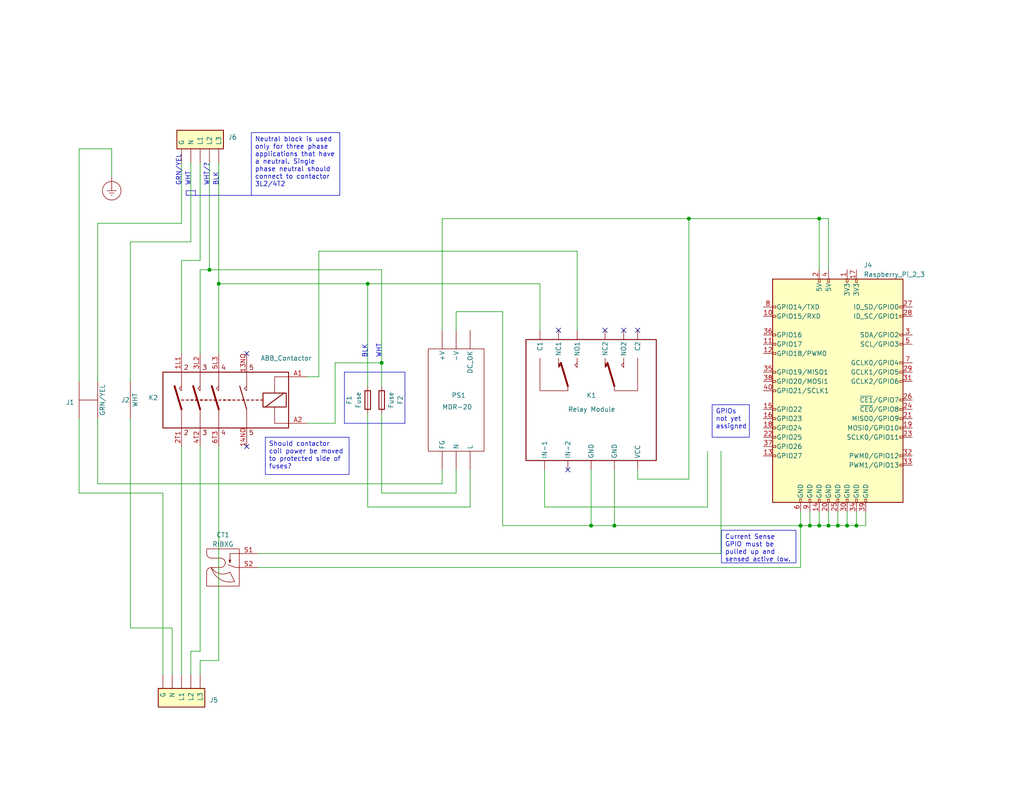
<source format=kicad_sch>
(kicad_sch (version 20230121) (generator eeschema)

  (uuid 7f898a48-d5c6-4286-98a2-5360a8d8e865)

  (paper "A")

  (title_block
    (title "DIN RFID Cabinet Wiring")
    (date "2023-08-08")
    (rev "0.2")
    (company "OZINDFW DMS@ozindfw.net")
    (comment 1 "1825 Monetary Lane, Suite 104,  Carrollton, TX 75006")
    (comment 2 "Dallas Makerspace")
  )

  (lib_symbols
    (symbol "Connector:Raspberry_Pi_2_3" (pin_names (offset 1.016)) (in_bom yes) (on_board yes)
      (property "Reference" "J" (at -17.78 31.75 0)
        (effects (font (size 1.27 1.27)) (justify left bottom))
      )
      (property "Value" "Raspberry_Pi_2_3" (at 10.16 -31.75 0)
        (effects (font (size 1.27 1.27)) (justify left top))
      )
      (property "Footprint" "" (at 0 0 0)
        (effects (font (size 1.27 1.27)) hide)
      )
      (property "Datasheet" "https://www.raspberrypi.org/documentation/hardware/raspberrypi/schematics/rpi_SCH_3bplus_1p0_reduced.pdf" (at 0 0 0)
        (effects (font (size 1.27 1.27)) hide)
      )
      (property "ki_keywords" "raspberrypi gpio" (at 0 0 0)
        (effects (font (size 1.27 1.27)) hide)
      )
      (property "ki_description" "expansion header for Raspberry Pi 2 & 3" (at 0 0 0)
        (effects (font (size 1.27 1.27)) hide)
      )
      (property "ki_fp_filters" "PinHeader*2x20*P2.54mm*Vertical* PinSocket*2x20*P2.54mm*Vertical*" (at 0 0 0)
        (effects (font (size 1.27 1.27)) hide)
      )
      (symbol "Raspberry_Pi_2_3_0_1"
        (rectangle (start -17.78 30.48) (end 17.78 -30.48)
          (stroke (width 0.254) (type default))
          (fill (type background))
        )
      )
      (symbol "Raspberry_Pi_2_3_1_1"
        (rectangle (start -16.891 -17.526) (end -17.78 -18.034)
          (stroke (width 0) (type default))
          (fill (type none))
        )
        (rectangle (start -16.891 -14.986) (end -17.78 -15.494)
          (stroke (width 0) (type default))
          (fill (type none))
        )
        (rectangle (start -16.891 -12.446) (end -17.78 -12.954)
          (stroke (width 0) (type default))
          (fill (type none))
        )
        (rectangle (start -16.891 -9.906) (end -17.78 -10.414)
          (stroke (width 0) (type default))
          (fill (type none))
        )
        (rectangle (start -16.891 -7.366) (end -17.78 -7.874)
          (stroke (width 0) (type default))
          (fill (type none))
        )
        (rectangle (start -16.891 -4.826) (end -17.78 -5.334)
          (stroke (width 0) (type default))
          (fill (type none))
        )
        (rectangle (start -16.891 0.254) (end -17.78 -0.254)
          (stroke (width 0) (type default))
          (fill (type none))
        )
        (rectangle (start -16.891 2.794) (end -17.78 2.286)
          (stroke (width 0) (type default))
          (fill (type none))
        )
        (rectangle (start -16.891 5.334) (end -17.78 4.826)
          (stroke (width 0) (type default))
          (fill (type none))
        )
        (rectangle (start -16.891 10.414) (end -17.78 9.906)
          (stroke (width 0) (type default))
          (fill (type none))
        )
        (rectangle (start -16.891 12.954) (end -17.78 12.446)
          (stroke (width 0) (type default))
          (fill (type none))
        )
        (rectangle (start -16.891 15.494) (end -17.78 14.986)
          (stroke (width 0) (type default))
          (fill (type none))
        )
        (rectangle (start -16.891 20.574) (end -17.78 20.066)
          (stroke (width 0) (type default))
          (fill (type none))
        )
        (rectangle (start -16.891 23.114) (end -17.78 22.606)
          (stroke (width 0) (type default))
          (fill (type none))
        )
        (rectangle (start -10.414 -29.591) (end -9.906 -30.48)
          (stroke (width 0) (type default))
          (fill (type none))
        )
        (rectangle (start -7.874 -29.591) (end -7.366 -30.48)
          (stroke (width 0) (type default))
          (fill (type none))
        )
        (rectangle (start -5.334 -29.591) (end -4.826 -30.48)
          (stroke (width 0) (type default))
          (fill (type none))
        )
        (rectangle (start -5.334 30.48) (end -4.826 29.591)
          (stroke (width 0) (type default))
          (fill (type none))
        )
        (rectangle (start -2.794 -29.591) (end -2.286 -30.48)
          (stroke (width 0) (type default))
          (fill (type none))
        )
        (rectangle (start -2.794 30.48) (end -2.286 29.591)
          (stroke (width 0) (type default))
          (fill (type none))
        )
        (rectangle (start -0.254 -29.591) (end 0.254 -30.48)
          (stroke (width 0) (type default))
          (fill (type none))
        )
        (rectangle (start 2.286 -29.591) (end 2.794 -30.48)
          (stroke (width 0) (type default))
          (fill (type none))
        )
        (rectangle (start 2.286 30.48) (end 2.794 29.591)
          (stroke (width 0) (type default))
          (fill (type none))
        )
        (rectangle (start 4.826 -29.591) (end 5.334 -30.48)
          (stroke (width 0) (type default))
          (fill (type none))
        )
        (rectangle (start 4.826 30.48) (end 5.334 29.591)
          (stroke (width 0) (type default))
          (fill (type none))
        )
        (rectangle (start 7.366 -29.591) (end 7.874 -30.48)
          (stroke (width 0) (type default))
          (fill (type none))
        )
        (rectangle (start 17.78 -20.066) (end 16.891 -20.574)
          (stroke (width 0) (type default))
          (fill (type none))
        )
        (rectangle (start 17.78 -17.526) (end 16.891 -18.034)
          (stroke (width 0) (type default))
          (fill (type none))
        )
        (rectangle (start 17.78 -12.446) (end 16.891 -12.954)
          (stroke (width 0) (type default))
          (fill (type none))
        )
        (rectangle (start 17.78 -9.906) (end 16.891 -10.414)
          (stroke (width 0) (type default))
          (fill (type none))
        )
        (rectangle (start 17.78 -7.366) (end 16.891 -7.874)
          (stroke (width 0) (type default))
          (fill (type none))
        )
        (rectangle (start 17.78 -4.826) (end 16.891 -5.334)
          (stroke (width 0) (type default))
          (fill (type none))
        )
        (rectangle (start 17.78 -2.286) (end 16.891 -2.794)
          (stroke (width 0) (type default))
          (fill (type none))
        )
        (rectangle (start 17.78 2.794) (end 16.891 2.286)
          (stroke (width 0) (type default))
          (fill (type none))
        )
        (rectangle (start 17.78 5.334) (end 16.891 4.826)
          (stroke (width 0) (type default))
          (fill (type none))
        )
        (rectangle (start 17.78 7.874) (end 16.891 7.366)
          (stroke (width 0) (type default))
          (fill (type none))
        )
        (rectangle (start 17.78 12.954) (end 16.891 12.446)
          (stroke (width 0) (type default))
          (fill (type none))
        )
        (rectangle (start 17.78 15.494) (end 16.891 14.986)
          (stroke (width 0) (type default))
          (fill (type none))
        )
        (rectangle (start 17.78 20.574) (end 16.891 20.066)
          (stroke (width 0) (type default))
          (fill (type none))
        )
        (rectangle (start 17.78 23.114) (end 16.891 22.606)
          (stroke (width 0) (type default))
          (fill (type none))
        )
        (pin power_in line (at 2.54 33.02 270) (length 2.54)
          (name "3V3" (effects (font (size 1.27 1.27))))
          (number "1" (effects (font (size 1.27 1.27))))
        )
        (pin bidirectional line (at -20.32 20.32 0) (length 2.54)
          (name "GPIO15/RXD" (effects (font (size 1.27 1.27))))
          (number "10" (effects (font (size 1.27 1.27))))
        )
        (pin bidirectional line (at -20.32 12.7 0) (length 2.54)
          (name "GPIO17" (effects (font (size 1.27 1.27))))
          (number "11" (effects (font (size 1.27 1.27))))
        )
        (pin bidirectional line (at -20.32 10.16 0) (length 2.54)
          (name "GPIO18/PWM0" (effects (font (size 1.27 1.27))))
          (number "12" (effects (font (size 1.27 1.27))))
        )
        (pin bidirectional line (at -20.32 -17.78 0) (length 2.54)
          (name "GPIO27" (effects (font (size 1.27 1.27))))
          (number "13" (effects (font (size 1.27 1.27))))
        )
        (pin power_in line (at -5.08 -33.02 90) (length 2.54)
          (name "GND" (effects (font (size 1.27 1.27))))
          (number "14" (effects (font (size 1.27 1.27))))
        )
        (pin bidirectional line (at -20.32 -5.08 0) (length 2.54)
          (name "GPIO22" (effects (font (size 1.27 1.27))))
          (number "15" (effects (font (size 1.27 1.27))))
        )
        (pin bidirectional line (at -20.32 -7.62 0) (length 2.54)
          (name "GPIO23" (effects (font (size 1.27 1.27))))
          (number "16" (effects (font (size 1.27 1.27))))
        )
        (pin power_in line (at 5.08 33.02 270) (length 2.54)
          (name "3V3" (effects (font (size 1.27 1.27))))
          (number "17" (effects (font (size 1.27 1.27))))
        )
        (pin bidirectional line (at -20.32 -10.16 0) (length 2.54)
          (name "GPIO24" (effects (font (size 1.27 1.27))))
          (number "18" (effects (font (size 1.27 1.27))))
        )
        (pin bidirectional line (at 20.32 -10.16 180) (length 2.54)
          (name "MOSI0/GPIO10" (effects (font (size 1.27 1.27))))
          (number "19" (effects (font (size 1.27 1.27))))
        )
        (pin power_in line (at -5.08 33.02 270) (length 2.54)
          (name "5V" (effects (font (size 1.27 1.27))))
          (number "2" (effects (font (size 1.27 1.27))))
        )
        (pin power_in line (at -2.54 -33.02 90) (length 2.54)
          (name "GND" (effects (font (size 1.27 1.27))))
          (number "20" (effects (font (size 1.27 1.27))))
        )
        (pin bidirectional line (at 20.32 -7.62 180) (length 2.54)
          (name "MISO0/GPIO9" (effects (font (size 1.27 1.27))))
          (number "21" (effects (font (size 1.27 1.27))))
        )
        (pin bidirectional line (at -20.32 -12.7 0) (length 2.54)
          (name "GPIO25" (effects (font (size 1.27 1.27))))
          (number "22" (effects (font (size 1.27 1.27))))
        )
        (pin bidirectional line (at 20.32 -12.7 180) (length 2.54)
          (name "SCLK0/GPIO11" (effects (font (size 1.27 1.27))))
          (number "23" (effects (font (size 1.27 1.27))))
        )
        (pin bidirectional line (at 20.32 -5.08 180) (length 2.54)
          (name "~{CE0}/GPIO8" (effects (font (size 1.27 1.27))))
          (number "24" (effects (font (size 1.27 1.27))))
        )
        (pin power_in line (at 0 -33.02 90) (length 2.54)
          (name "GND" (effects (font (size 1.27 1.27))))
          (number "25" (effects (font (size 1.27 1.27))))
        )
        (pin bidirectional line (at 20.32 -2.54 180) (length 2.54)
          (name "~{CE1}/GPIO7" (effects (font (size 1.27 1.27))))
          (number "26" (effects (font (size 1.27 1.27))))
        )
        (pin bidirectional line (at 20.32 22.86 180) (length 2.54)
          (name "ID_SD/GPIO0" (effects (font (size 1.27 1.27))))
          (number "27" (effects (font (size 1.27 1.27))))
        )
        (pin bidirectional line (at 20.32 20.32 180) (length 2.54)
          (name "ID_SC/GPIO1" (effects (font (size 1.27 1.27))))
          (number "28" (effects (font (size 1.27 1.27))))
        )
        (pin bidirectional line (at 20.32 5.08 180) (length 2.54)
          (name "GCLK1/GPIO5" (effects (font (size 1.27 1.27))))
          (number "29" (effects (font (size 1.27 1.27))))
        )
        (pin bidirectional line (at 20.32 15.24 180) (length 2.54)
          (name "SDA/GPIO2" (effects (font (size 1.27 1.27))))
          (number "3" (effects (font (size 1.27 1.27))))
        )
        (pin power_in line (at 2.54 -33.02 90) (length 2.54)
          (name "GND" (effects (font (size 1.27 1.27))))
          (number "30" (effects (font (size 1.27 1.27))))
        )
        (pin bidirectional line (at 20.32 2.54 180) (length 2.54)
          (name "GCLK2/GPIO6" (effects (font (size 1.27 1.27))))
          (number "31" (effects (font (size 1.27 1.27))))
        )
        (pin bidirectional line (at 20.32 -17.78 180) (length 2.54)
          (name "PWM0/GPIO12" (effects (font (size 1.27 1.27))))
          (number "32" (effects (font (size 1.27 1.27))))
        )
        (pin bidirectional line (at 20.32 -20.32 180) (length 2.54)
          (name "PWM1/GPIO13" (effects (font (size 1.27 1.27))))
          (number "33" (effects (font (size 1.27 1.27))))
        )
        (pin power_in line (at 5.08 -33.02 90) (length 2.54)
          (name "GND" (effects (font (size 1.27 1.27))))
          (number "34" (effects (font (size 1.27 1.27))))
        )
        (pin bidirectional line (at -20.32 5.08 0) (length 2.54)
          (name "GPIO19/MISO1" (effects (font (size 1.27 1.27))))
          (number "35" (effects (font (size 1.27 1.27))))
        )
        (pin bidirectional line (at -20.32 15.24 0) (length 2.54)
          (name "GPIO16" (effects (font (size 1.27 1.27))))
          (number "36" (effects (font (size 1.27 1.27))))
        )
        (pin bidirectional line (at -20.32 -15.24 0) (length 2.54)
          (name "GPIO26" (effects (font (size 1.27 1.27))))
          (number "37" (effects (font (size 1.27 1.27))))
        )
        (pin bidirectional line (at -20.32 2.54 0) (length 2.54)
          (name "GPIO20/MOSI1" (effects (font (size 1.27 1.27))))
          (number "38" (effects (font (size 1.27 1.27))))
        )
        (pin power_in line (at 7.62 -33.02 90) (length 2.54)
          (name "GND" (effects (font (size 1.27 1.27))))
          (number "39" (effects (font (size 1.27 1.27))))
        )
        (pin power_in line (at -2.54 33.02 270) (length 2.54)
          (name "5V" (effects (font (size 1.27 1.27))))
          (number "4" (effects (font (size 1.27 1.27))))
        )
        (pin bidirectional line (at -20.32 0 0) (length 2.54)
          (name "GPIO21/SCLK1" (effects (font (size 1.27 1.27))))
          (number "40" (effects (font (size 1.27 1.27))))
        )
        (pin bidirectional line (at 20.32 12.7 180) (length 2.54)
          (name "SCL/GPIO3" (effects (font (size 1.27 1.27))))
          (number "5" (effects (font (size 1.27 1.27))))
        )
        (pin power_in line (at -10.16 -33.02 90) (length 2.54)
          (name "GND" (effects (font (size 1.27 1.27))))
          (number "6" (effects (font (size 1.27 1.27))))
        )
        (pin bidirectional line (at 20.32 7.62 180) (length 2.54)
          (name "GCLK0/GPIO4" (effects (font (size 1.27 1.27))))
          (number "7" (effects (font (size 1.27 1.27))))
        )
        (pin bidirectional line (at -20.32 22.86 0) (length 2.54)
          (name "GPIO14/TXD" (effects (font (size 1.27 1.27))))
          (number "8" (effects (font (size 1.27 1.27))))
        )
        (pin power_in line (at -7.62 -33.02 90) (length 2.54)
          (name "GND" (effects (font (size 1.27 1.27))))
          (number "9" (effects (font (size 1.27 1.27))))
        )
      )
    )
    (symbol "Device:Fuse" (pin_numbers hide) (pin_names (offset 0)) (in_bom yes) (on_board yes)
      (property "Reference" "F" (at 2.032 0 90)
        (effects (font (size 1.27 1.27)))
      )
      (property "Value" "Fuse" (at -1.905 0 90)
        (effects (font (size 1.27 1.27)))
      )
      (property "Footprint" "" (at -1.778 0 90)
        (effects (font (size 1.27 1.27)) hide)
      )
      (property "Datasheet" "~" (at 0 0 0)
        (effects (font (size 1.27 1.27)) hide)
      )
      (property "ki_keywords" "fuse" (at 0 0 0)
        (effects (font (size 1.27 1.27)) hide)
      )
      (property "ki_description" "Fuse" (at 0 0 0)
        (effects (font (size 1.27 1.27)) hide)
      )
      (property "ki_fp_filters" "*Fuse*" (at 0 0 0)
        (effects (font (size 1.27 1.27)) hide)
      )
      (symbol "Fuse_0_1"
        (rectangle (start -0.762 -2.54) (end 0.762 2.54)
          (stroke (width 0.254) (type default))
          (fill (type none))
        )
        (polyline
          (pts
            (xy 0 2.54)
            (xy 0 -2.54)
          )
          (stroke (width 0) (type default))
          (fill (type none))
        )
      )
      (symbol "Fuse_1_1"
        (pin passive line (at 0 3.81 270) (length 1.27)
          (name "~" (effects (font (size 1.27 1.27))))
          (number "1" (effects (font (size 1.27 1.27))))
        )
        (pin passive line (at 0 -3.81 90) (length 1.27)
          (name "~" (effects (font (size 1.27 1.27))))
          (number "2" (effects (font (size 1.27 1.27))))
        )
      )
    )
    (symbol "oz:3 phase with neutral and ground" (pin_numbers hide) (pin_names (offset 1.016)) (in_bom yes) (on_board yes)
      (property "Reference" "J" (at 0 7.62 0)
        (effects (font (size 1.27 1.27)))
      )
      (property "Value" "3 phase with neutral and ground" (at 0 -7.62 0)
        (effects (font (size 1.27 1.27)) hide)
      )
      (property "Footprint" "" (at 0 0 0)
        (effects (font (size 1.27 1.27)) hide)
      )
      (property "Datasheet" "" (at 0 0 0)
        (effects (font (size 1.27 1.27)) hide)
      )
      (property "ki_keywords" "connector" (at 0 0 0)
        (effects (font (size 1.27 1.27)) hide)
      )
      (property "ki_description" "3 phase with neutral and ground" (at 0 0 0)
        (effects (font (size 1.27 1.27)) hide)
      )
      (property "ki_fp_filters" "Connector*:*_1x??_*" (at 0 0 0)
        (effects (font (size 1.27 1.27)) hide)
      )
      (symbol "3 phase with neutral and ground_1_1"
        (rectangle (start -1.27 6.35) (end 3.81 -6.35)
          (stroke (width 0.254) (type default))
          (fill (type background))
        )
        (pin passive line (at -5.08 5.08 0) (length 3.81)
          (name "G" (effects (font (size 1.27 1.27))))
          (number "" (effects (font (size 1.27 1.27))))
        )
        (pin passive line (at -5.08 2.54 0) (length 3.81)
          (name "N" (effects (font (size 1.27 1.27))))
          (number "2" (effects (font (size 1.27 1.27))))
        )
        (pin passive line (at -5.08 0 0) (length 3.81)
          (name "L1" (effects (font (size 1.27 1.27))))
          (number "3" (effects (font (size 1.27 1.27))))
        )
        (pin passive line (at -5.08 -2.54 0) (length 3.81)
          (name "L2" (effects (font (size 1.27 1.27))))
          (number "4" (effects (font (size 1.27 1.27))))
        )
        (pin passive line (at -5.08 -5.08 0) (length 3.81)
          (name "L3" (effects (font (size 1.27 1.27))))
          (number "5" (effects (font (size 1.27 1.27))))
        )
      )
    )
    (symbol "oz:ABB_Contactor" (in_bom yes) (on_board yes)
      (property "Reference" "K1" (at -15.24 0.635 0)
        (effects (font (size 1.27 1.27)) (justify right))
      )
      (property "Value" "ABB_Contactor" (at -15.24 -1.905 0)
        (effects (font (size 1.27 1.27)) (justify right))
      )
      (property "Footprint" "" (at -5.08 -1.27 0)
        (effects (font (size 1.27 1.27)) (justify left) hide)
      )
      (property "Datasheet" "" (at 8.255 0 0)
        (effects (font (size 1.27 1.27)) hide)
      )
      (property "ki_keywords" "contactor three pole" (at 0 0 0)
        (effects (font (size 1.27 1.27)) hide)
      )
      (property "ki_description" "3PST Contactor w/aux contact" (at 0 0 0)
        (effects (font (size 1.27 1.27)) hide)
      )
      (property "ki_fp_filters" "Relay*SPST*StandexMeder*MS*Form1AB*" (at 0 0 0)
        (effects (font (size 1.27 1.27)) hide)
      )
      (symbol "ABB_Contactor_0_0"
        (polyline
          (pts
            (xy -8.89 5.08)
            (xy -8.89 2.54)
            (xy -9.525 3.175)
            (xy -8.89 3.81)
          )
          (stroke (width 0) (type default))
          (fill (type none))
        )
        (polyline
          (pts
            (xy -3.81 5.08)
            (xy -3.81 2.54)
            (xy -4.445 3.175)
            (xy -3.81 3.81)
          )
          (stroke (width 0) (type default))
          (fill (type none))
        )
        (polyline
          (pts
            (xy 1.27 5.08)
            (xy 1.27 2.54)
            (xy 0.635 3.175)
            (xy 1.27 3.81)
          )
          (stroke (width 0) (type default))
          (fill (type none))
        )
        (polyline
          (pts
            (xy 8.89 5.08)
            (xy 8.89 2.54)
            (xy 8.255 3.175)
            (xy 8.89 3.81)
          )
          (stroke (width 0) (type default))
          (fill (type none))
        )
      )
      (symbol "ABB_Contactor_0_1"
        (rectangle (start -13.97 7.62) (end 20.32 -7.62)
          (stroke (width 0.254) (type default))
          (fill (type none))
        )
        (polyline
          (pts
            (xy -8.89 -5.08)
            (xy -8.89 -7.62)
          )
          (stroke (width 0) (type default))
          (fill (type none))
        )
        (polyline
          (pts
            (xy -8.89 -2.54)
            (xy -10.795 3.81)
          )
          (stroke (width 0.508) (type default))
          (fill (type none))
        )
        (polyline
          (pts
            (xy -8.89 -2.54)
            (xy -8.89 -5.08)
          )
          (stroke (width 0) (type default))
          (fill (type none))
        )
        (polyline
          (pts
            (xy -8.89 0)
            (xy -8.255 0)
          )
          (stroke (width 0.254) (type default))
          (fill (type none))
        )
        (polyline
          (pts
            (xy -8.89 7.62)
            (xy -8.89 5.08)
          )
          (stroke (width 0) (type default))
          (fill (type none))
        )
        (polyline
          (pts
            (xy -7.62 0)
            (xy -6.985 0)
          )
          (stroke (width 0.254) (type default))
          (fill (type none))
        )
        (polyline
          (pts
            (xy -6.35 0)
            (xy -5.715 0)
          )
          (stroke (width 0.254) (type default))
          (fill (type none))
        )
        (polyline
          (pts
            (xy -6.35 0)
            (xy -5.715 0)
          )
          (stroke (width 0.254) (type default))
          (fill (type none))
        )
        (polyline
          (pts
            (xy -5.08 0)
            (xy -4.445 0)
          )
          (stroke (width 0.254) (type default))
          (fill (type none))
        )
        (polyline
          (pts
            (xy -5.08 0)
            (xy -4.445 0)
          )
          (stroke (width 0.254) (type default))
          (fill (type none))
        )
        (polyline
          (pts
            (xy -5.08 0)
            (xy -4.445 0)
          )
          (stroke (width 0.254) (type default))
          (fill (type none))
        )
        (polyline
          (pts
            (xy -5.08 0)
            (xy -4.445 0)
          )
          (stroke (width 0.254) (type default))
          (fill (type none))
        )
        (polyline
          (pts
            (xy -3.81 -5.08)
            (xy -3.81 -7.62)
          )
          (stroke (width 0) (type default))
          (fill (type none))
        )
        (polyline
          (pts
            (xy -3.81 -2.54)
            (xy -5.715 3.81)
          )
          (stroke (width 0.508) (type default))
          (fill (type none))
        )
        (polyline
          (pts
            (xy -3.81 -2.54)
            (xy -3.81 -5.08)
          )
          (stroke (width 0) (type default))
          (fill (type none))
        )
        (polyline
          (pts
            (xy -3.81 0)
            (xy -3.175 0)
          )
          (stroke (width 0.254) (type default))
          (fill (type none))
        )
        (polyline
          (pts
            (xy -3.81 0)
            (xy -3.175 0)
          )
          (stroke (width 0.254) (type default))
          (fill (type none))
        )
        (polyline
          (pts
            (xy -3.81 7.62)
            (xy -3.81 5.08)
          )
          (stroke (width 0) (type default))
          (fill (type none))
        )
        (polyline
          (pts
            (xy -2.54 0)
            (xy -1.905 0)
          )
          (stroke (width 0.254) (type default))
          (fill (type none))
        )
        (polyline
          (pts
            (xy -2.54 0)
            (xy -1.905 0)
          )
          (stroke (width 0.254) (type default))
          (fill (type none))
        )
        (polyline
          (pts
            (xy -1.27 0)
            (xy -0.635 0)
          )
          (stroke (width 0.254) (type default))
          (fill (type none))
        )
        (polyline
          (pts
            (xy 0 0)
            (xy 0.635 0)
          )
          (stroke (width 0.254) (type default))
          (fill (type none))
        )
        (polyline
          (pts
            (xy 0 0)
            (xy 0.635 0)
          )
          (stroke (width 0.254) (type default))
          (fill (type none))
        )
        (polyline
          (pts
            (xy 1.27 -5.08)
            (xy 1.27 -7.62)
          )
          (stroke (width 0) (type default))
          (fill (type none))
        )
        (polyline
          (pts
            (xy 1.27 -2.54)
            (xy -0.635 3.81)
          )
          (stroke (width 0.508) (type default))
          (fill (type none))
        )
        (polyline
          (pts
            (xy 1.27 -2.54)
            (xy 1.27 -5.08)
          )
          (stroke (width 0) (type default))
          (fill (type none))
        )
        (polyline
          (pts
            (xy 1.27 0)
            (xy 1.905 0)
          )
          (stroke (width 0.254) (type default))
          (fill (type none))
        )
        (polyline
          (pts
            (xy 1.27 7.62)
            (xy 1.27 5.08)
          )
          (stroke (width 0) (type default))
          (fill (type none))
        )
        (polyline
          (pts
            (xy 2.54 0)
            (xy 3.175 0)
          )
          (stroke (width 0.254) (type default))
          (fill (type none))
        )
        (polyline
          (pts
            (xy 2.54 0)
            (xy 3.175 0)
          )
          (stroke (width 0.254) (type default))
          (fill (type none))
        )
        (polyline
          (pts
            (xy 3.81 0)
            (xy 4.445 0)
          )
          (stroke (width 0.254) (type default))
          (fill (type none))
        )
        (polyline
          (pts
            (xy 3.81 0)
            (xy 4.445 0)
          )
          (stroke (width 0.254) (type default))
          (fill (type none))
        )
        (polyline
          (pts
            (xy 5.08 0)
            (xy 5.715 0)
          )
          (stroke (width 0.254) (type default))
          (fill (type none))
        )
        (polyline
          (pts
            (xy 6.35 0)
            (xy 6.985 0)
          )
          (stroke (width 0.254) (type default))
          (fill (type none))
        )
        (polyline
          (pts
            (xy 7.62 0)
            (xy 8.255 0)
          )
          (stroke (width 0.254) (type default))
          (fill (type none))
        )
        (polyline
          (pts
            (xy 7.62 0)
            (xy 8.255 0)
          )
          (stroke (width 0.254) (type default))
          (fill (type none))
        )
        (polyline
          (pts
            (xy 8.89 -5.08)
            (xy 8.89 -7.62)
          )
          (stroke (width 0) (type default))
          (fill (type none))
        )
        (polyline
          (pts
            (xy 8.89 -2.54)
            (xy 6.985 3.81)
          )
          (stroke (width 0.254) (type default))
          (fill (type none))
        )
        (polyline
          (pts
            (xy 8.89 -2.54)
            (xy 8.89 -5.08)
          )
          (stroke (width 0) (type default))
          (fill (type none))
        )
        (polyline
          (pts
            (xy 8.89 0)
            (xy 9.525 0)
          )
          (stroke (width 0.254) (type default))
          (fill (type none))
        )
        (polyline
          (pts
            (xy 8.89 7.62)
            (xy 8.89 5.08)
          )
          (stroke (width 0) (type default))
          (fill (type none))
        )
        (polyline
          (pts
            (xy 10.16 0)
            (xy 10.795 0)
          )
          (stroke (width 0.254) (type default))
          (fill (type none))
        )
        (polyline
          (pts
            (xy 11.43 0)
            (xy 12.065 0)
          )
          (stroke (width 0.254) (type default))
          (fill (type none))
        )
        (polyline
          (pts
            (xy 12.7 0)
            (xy 13.335 0)
          )
          (stroke (width 0.254) (type default))
          (fill (type none))
        )
        (polyline
          (pts
            (xy 13.97 -1.905)
            (xy 19.05 1.905)
          )
          (stroke (width 0.254) (type default))
          (fill (type none))
        )
        (polyline
          (pts
            (xy 16.51 -6.35)
            (xy 20.32 -6.35)
          )
          (stroke (width 0) (type default))
          (fill (type none))
        )
        (polyline
          (pts
            (xy 16.51 -5.08)
            (xy 16.51 -6.35)
          )
          (stroke (width 0) (type default))
          (fill (type none))
        )
        (polyline
          (pts
            (xy 16.51 -5.08)
            (xy 16.51 -1.905)
          )
          (stroke (width 0) (type default))
          (fill (type none))
        )
        (polyline
          (pts
            (xy 16.51 3.81)
            (xy 16.51 1.905)
          )
          (stroke (width 0) (type default))
          (fill (type none))
        )
        (polyline
          (pts
            (xy 20.32 6.35)
            (xy 16.51 6.35)
            (xy 16.51 3.81)
          )
          (stroke (width 0) (type default))
          (fill (type none))
        )
        (rectangle (start 13.335 1.905) (end 19.685 -1.905)
          (stroke (width 0.254) (type default))
          (fill (type none))
        )
        (text "2" (at -7.62 -8.89 0)
          (effects (font (size 1.27 1.27)))
        )
        (text "2" (at -7.62 8.89 0)
          (effects (font (size 1.27 1.27)))
        )
        (text "3" (at -2.54 -8.89 0)
          (effects (font (size 1.27 1.27)))
        )
        (text "3" (at -2.54 8.89 0)
          (effects (font (size 1.27 1.27)))
        )
        (text "4" (at 2.54 -8.89 0)
          (effects (font (size 1.27 1.27)))
        )
        (text "4" (at 2.54 8.89 0)
          (effects (font (size 1.27 1.27)))
        )
        (text "5" (at 10.16 -8.89 0)
          (effects (font (size 1.27 1.27)))
        )
        (text "5" (at 10.16 8.89 0)
          (effects (font (size 1.27 1.27)))
        )
      )
      (symbol "ABB_Contactor_1_1"
        (pin passive line (at 8.89 12.7 270) (length 5.08)
          (name "" (effects (font (size 1.27 1.27))))
          (number "13NO" (effects (font (size 1.27 1.27))))
        )
        (pin passive line (at 8.89 -12.7 90) (length 5.08)
          (name "" (effects (font (size 1.27 1.27))))
          (number "14NO" (effects (font (size 1.27 1.27))))
        )
        (pin passive line (at -8.89 12.7 270) (length 5.08)
          (name "" (effects (font (size 1.27 1.27))))
          (number "1L1" (effects (font (size 1.27 1.27))))
        )
        (pin passive line (at -8.89 -12.7 90) (length 5.08)
          (name "" (effects (font (size 1.27 1.27))))
          (number "2T1" (effects (font (size 1.27 1.27))))
        )
        (pin passive line (at -3.81 12.7 270) (length 5.08)
          (name "" (effects (font (size 1.27 1.27))))
          (number "3L2" (effects (font (size 1.27 1.27))))
        )
        (pin passive line (at -3.81 -12.7 90) (length 5.08)
          (name "" (effects (font (size 1.27 1.27))))
          (number "4T2" (effects (font (size 1.27 1.27))))
        )
        (pin passive line (at 1.27 12.7 270) (length 5.08)
          (name "" (effects (font (size 1.27 1.27))))
          (number "5L3" (effects (font (size 1.27 1.27))))
        )
        (pin passive line (at 1.27 -12.7 90) (length 5.08)
          (name "" (effects (font (size 1.27 1.27))))
          (number "6T3" (effects (font (size 1.27 1.27))))
        )
        (pin passive line (at 25.4 6.35 180) (length 5.08)
          (name "~" (effects (font (size 1.27 1.27))))
          (number "A1" (effects (font (size 1.27 1.27))))
        )
        (pin passive line (at 25.4 -6.35 180) (length 5.08)
          (name "~" (effects (font (size 1.27 1.27))))
          (number "A2" (effects (font (size 1.27 1.27))))
        )
      )
    )
    (symbol "oz:DIN_CONN_2" (pin_numbers hide) (in_bom yes) (on_board yes)
      (property "Reference" "J" (at -2.54 0 0)
        (effects (font (size 1.27 1.27)))
      )
      (property "Value" "" (at 0 -1.27 0)
        (effects (font (size 1.27 1.27)))
      )
      (property "Footprint" "" (at 0 -1.27 0)
        (effects (font (size 1.27 1.27)) hide)
      )
      (property "Datasheet" "" (at 0 -1.27 0)
        (effects (font (size 1.27 1.27)) hide)
      )
      (symbol "DIN_CONN_2_1_1"
        (pin passive line (at 0 -5.08 90) (length 5.08)
          (name "" (effects (font (size 1.27 1.27))))
          (number "1" (effects (font (size 1.27 1.27))))
        )
        (pin passive line (at 0 5.08 270) (length 5.08)
          (name "" (effects (font (size 1.27 1.27))))
          (number "1" (effects (font (size 1.27 1.27))))
        )
      )
    )
    (symbol "oz:DIN_CONN_4" (pin_numbers hide) (in_bom yes) (on_board yes)
      (property "Reference" "J" (at 0 2.54 0)
        (effects (font (size 1.27 1.27)))
      )
      (property "Value" "" (at 0 -1.27 0)
        (effects (font (size 1.27 1.27)))
      )
      (property "Footprint" "" (at 0 -1.27 0)
        (effects (font (size 1.27 1.27)) hide)
      )
      (property "Datasheet" "" (at 0 -1.27 0)
        (effects (font (size 1.27 1.27)) hide)
      )
      (symbol "DIN_CONN_4_0_1"
        (polyline
          (pts
            (xy -2.54 0)
            (xy 2.54 0)
          )
          (stroke (width 0) (type default))
          (fill (type none))
        )
      )
      (symbol "DIN_CONN_4_1_1"
        (pin passive line (at -2.54 -5.08 90) (length 5.08)
          (name "" (effects (font (size 1.27 1.27))))
          (number "1" (effects (font (size 1.27 1.27))))
        )
        (pin passive line (at -2.54 5.08 270) (length 5.08)
          (name "" (effects (font (size 1.27 1.27))))
          (number "1" (effects (font (size 1.27 1.27))))
        )
        (pin passive line (at 2.54 -5.08 90) (length 5.08)
          (name "" (effects (font (size 1.27 1.27))))
          (number "1" (effects (font (size 1.27 1.27))))
        )
        (pin passive line (at 2.54 5.08 270) (length 5.08)
          (name "" (effects (font (size 1.27 1.27))))
          (number "1" (effects (font (size 1.27 1.27))))
        )
      )
    )
    (symbol "oz:MDR-20" (in_bom yes) (on_board yes)
      (property "Reference" "PS" (at 0 1.27 0)
        (effects (font (size 1.27 1.27)))
      )
      (property "Value" "MDR-20" (at 0 -1.27 0)
        (effects (font (size 1.27 1.27)))
      )
      (property "Footprint" "" (at 0 21.59 0)
        (effects (font (size 1.27 1.27)) hide)
      )
      (property "Datasheet" "" (at 0 21.59 0)
        (effects (font (size 1.27 1.27)) hide)
      )
      (symbol "MDR-20_0_1"
        (rectangle (start -7.62 13.97) (end 7.62 -13.97)
          (stroke (width 0) (type default))
          (fill (type none))
        )
      )
      (symbol "MDR-20_1_1"
        (pin power_out line (at -3.81 19.05 270) (length 5.08)
          (name "+V" (effects (font (size 1.27 1.27))))
          (number "" (effects (font (size 1.27 1.27))))
        )
        (pin power_out line (at 0 19.05 270) (length 5.08)
          (name "-V" (effects (font (size 1.27 1.27))))
          (number "" (effects (font (size 1.27 1.27))))
        )
        (pin power_out line (at 3.81 19.05 270) (length 5.08)
          (name "DC_OK" (effects (font (size 1.27 1.27))))
          (number "" (effects (font (size 1.27 1.27))))
        )
        (pin passive line (at -3.81 -19.05 90) (length 5.08)
          (name "FG" (effects (font (size 1.27 1.27))))
          (number "" (effects (font (size 1.27 1.27))))
        )
        (pin passive line (at 3.81 -19.05 90) (length 5.08)
          (name "L" (effects (font (size 1.27 1.27))))
          (number "" (effects (font (size 1.27 1.27))))
        )
        (pin passive line (at 0 -19.05 90) (length 5.08)
          (name "N" (effects (font (size 1.27 1.27))))
          (number "" (effects (font (size 1.27 1.27))))
        )
      )
    )
    (symbol "oz:RIBXG" (in_bom yes) (on_board yes)
      (property "Reference" "CT" (at -3.302 6.35 0)
        (effects (font (size 1.27 1.27)))
      )
      (property "Value" "RIBXG" (at -2.032 -6.35 0)
        (effects (font (size 1.27 1.27)))
      )
      (property "Footprint" "" (at 1.778 5.08 0)
        (effects (font (size 1.27 1.27)) hide)
      )
      (property "Datasheet" "" (at 1.778 5.08 0)
        (effects (font (size 1.27 1.27)) hide)
      )
      (property "ki_keywords" "Current Sense Switch" (at 0 0 0)
        (effects (font (size 1.27 1.27)) hide)
      )
      (property "ki_description" "Current Sense Switch" (at 0 0 0)
        (effects (font (size 1.27 1.27)) hide)
      )
      (symbol "RIBXG_0_1"
        (arc (start -4.572 3.81) (mid -4.2 2.912) (end -3.302 2.54)
          (stroke (width 0) (type default))
          (fill (type none))
        )
        (arc (start -3.302 0) (mid -4.2 -0.372) (end -4.572 -1.27)
          (stroke (width 0) (type default))
          (fill (type none))
        )
        (arc (start -3.302 0) (mid -1.025 -1.6871) (end 1.778 -1.27)
          (stroke (width 0) (type default))
          (fill (type none))
        )
        (arc (start -3.302 0) (mid -0.9161 -3.2202) (end 3.048 -3.81)
          (stroke (width 0) (type default))
          (fill (type none))
        )
        (arc (start -0.762 0) (mid 0.136 0.372) (end 0.508 1.27)
          (stroke (width 0) (type default))
          (fill (type none))
        )
        (polyline
          (pts
            (xy -0.762 0)
            (xy -3.302 0)
          )
          (stroke (width 0) (type default))
          (fill (type none))
        )
        (polyline
          (pts
            (xy -0.762 2.54)
            (xy -3.302 2.54)
          )
          (stroke (width 0) (type default))
          (fill (type none))
        )
        (polyline
          (pts
            (xy 1.778 -1.27)
            (xy 3.048 -3.81)
          )
          (stroke (width 0) (type default))
          (fill (type none))
        )
        (polyline
          (pts
            (xy 2.032 2.032)
            (xy 1.778 1.778)
            (xy 1.524 2.032)
          )
          (stroke (width 0) (type default))
          (fill (type none))
        )
        (polyline
          (pts
            (xy 4.318 0)
            (xy 3.302 0)
            (xy 1.27 0.762)
          )
          (stroke (width 0) (type default))
          (fill (type none))
        )
        (polyline
          (pts
            (xy 4.318 3.81)
            (xy 1.778 3.81)
            (xy 1.778 1.27)
          )
          (stroke (width 0) (type default))
          (fill (type none))
        )
        (polyline
          (pts
            (xy 1.778 1.27)
            (xy 1.524 2.032)
            (xy 2.032 2.032)
            (xy 1.778 1.27)
          )
          (stroke (width 0) (type default))
          (fill (type none))
        )
        (polyline
          (pts
            (xy -4.572 -1.27)
            (xy -4.572 -5.08)
            (xy 4.318 -5.08)
            (xy 4.318 5.08)
            (xy -4.572 5.08)
            (xy -4.572 3.81)
          )
          (stroke (width 0) (type default))
          (fill (type none))
        )
        (arc (start 0.508 1.27) (mid 0.136 2.168) (end -0.762 2.54)
          (stroke (width 0) (type default))
          (fill (type none))
        )
      )
      (symbol "RIBXG_1_1"
        (pin passive line (at 9.398 3.81 180) (length 5.08)
          (name "" (effects (font (size 1.27 1.27))))
          (number "S1" (effects (font (size 1.27 1.27))))
        )
        (pin passive line (at 9.398 0 180) (length 5.08)
          (name "" (effects (font (size 1.27 1.27))))
          (number "S2" (effects (font (size 1.27 1.27))))
        )
      )
    )
    (symbol "oz:Relay_Module" (in_bom yes) (on_board yes)
      (property "Reference" "K" (at -1.27 -2.54 0)
        (effects (font (size 1.27 1.27)) (justify left))
      )
      (property "Value" "Relay Module" (at -6.35 -6.35 0)
        (effects (font (size 1.27 1.27)) (justify left))
      )
      (property "Footprint" "" (at 10.16 7.62 0)
        (effects (font (size 1.27 1.27)) hide)
      )
      (property "Datasheet" "" (at -6.35 6.35 0)
        (effects (font (size 1.27 1.27)) hide)
      )
      (property "ki_keywords" "Miniature Polarised Relay Dual Pole" (at 0 0 0)
        (effects (font (size 1.27 1.27)) hide)
      )
      (property "ki_description" "American Zettler, Microminiature Polarised Dual Pole Relay" (at 0 0 0)
        (effects (font (size 1.27 1.27)) hide)
      )
      (property "ki_fp_filters" "Relay*DPDT*FRT5*" (at 0 0 0)
        (effects (font (size 1.27 1.27)) hide)
      )
      (symbol "Relay_Module_0_1"
        (rectangle (start -17.78 16.51) (end 17.78 -16.51)
          (stroke (width 0.254) (type default))
          (fill (type none))
        )
        (polyline
          (pts
            (xy -6.35 3.81)
            (xy -8.255 10.16)
          )
          (stroke (width 0.508) (type default))
          (fill (type none))
        )
        (polyline
          (pts
            (xy 6.35 3.81)
            (xy 4.445 10.16)
          )
          (stroke (width 0.508) (type default))
          (fill (type none))
        )
        (polyline
          (pts
            (xy -8.89 11.43)
            (xy -8.89 8.89)
            (xy -8.255 9.525)
            (xy -8.89 10.16)
          )
          (stroke (width 0) (type default))
          (fill (type outline))
        )
        (polyline
          (pts
            (xy -6.35 3.81)
            (xy -6.35 2.54)
            (xy -13.97 2.54)
            (xy -13.97 11.43)
          )
          (stroke (width 0) (type default))
          (fill (type none))
        )
        (polyline
          (pts
            (xy -3.81 11.43)
            (xy -3.81 8.89)
            (xy -4.445 9.525)
            (xy -3.81 10.16)
          )
          (stroke (width 0) (type default))
          (fill (type none))
        )
        (polyline
          (pts
            (xy 3.81 11.43)
            (xy 3.81 8.89)
            (xy 4.445 9.525)
            (xy 3.81 10.16)
          )
          (stroke (width 0) (type default))
          (fill (type outline))
        )
        (polyline
          (pts
            (xy 6.35 3.81)
            (xy 6.35 2.54)
            (xy 12.7 2.54)
            (xy 12.7 11.43)
          )
          (stroke (width 0) (type default))
          (fill (type none))
        )
        (polyline
          (pts
            (xy 8.89 11.43)
            (xy 8.89 8.89)
            (xy 8.255 9.525)
            (xy 8.89 10.16)
          )
          (stroke (width 0) (type default))
          (fill (type none))
        )
      )
      (symbol "Relay_Module_1_1"
        (pin passive line (at -13.97 19.05 270) (length 2.54)
          (name "C1" (effects (font (size 1.27 1.27))))
          (number "" (effects (font (size 1.27 1.27))))
        )
        (pin passive line (at 12.7 19.05 270) (length 2.54)
          (name "C2" (effects (font (size 1.27 1.27))))
          (number "" (effects (font (size 1.27 1.27))))
        )
        (pin power_in line (at 0 -19.05 90) (length 2.54)
          (name "GND" (effects (font (size 1.27 1.27))))
          (number "" (effects (font (size 1.27 1.27))))
        )
        (pin power_in line (at 6.35 -19.05 90) (length 2.54)
          (name "GND" (effects (font (size 1.27 1.27))))
          (number "" (effects (font (size 1.27 1.27))))
        )
        (pin input line (at -12.7 -19.05 90) (length 2.54)
          (name "IN-1" (effects (font (size 1.27 1.27))))
          (number "" (effects (font (size 1.27 1.27))))
        )
        (pin input line (at -6.35 -19.05 90) (length 2.54)
          (name "IN-2" (effects (font (size 1.27 1.27))))
          (number "" (effects (font (size 1.27 1.27))))
        )
        (pin passive line (at -8.89 19.05 270) (length 2.54)
          (name "NC1" (effects (font (size 1.27 1.27))))
          (number "" (effects (font (size 1.27 1.27))))
        )
        (pin passive line (at 3.81 19.05 270) (length 2.54)
          (name "NC2" (effects (font (size 1.27 1.27))))
          (number "" (effects (font (size 1.27 1.27))))
        )
        (pin passive line (at -3.81 19.05 270) (length 2.54)
          (name "NO1" (effects (font (size 1.27 1.27))))
          (number "" (effects (font (size 1.27 1.27))))
        )
        (pin passive line (at 8.89 19.05 270) (length 2.54)
          (name "NO2" (effects (font (size 1.27 1.27))))
          (number "" (effects (font (size 1.27 1.27))))
        )
        (pin power_in line (at 12.7 -19.05 90) (length 2.54)
          (name "VCC" (effects (font (size 1.27 1.27))))
          (number "" (effects (font (size 1.27 1.27))))
        )
      )
    )
    (symbol "power:Earth_Protective" (power) (pin_names (offset 0)) (in_bom yes) (on_board yes)
      (property "Reference" "#PWR" (at 6.35 -6.35 0)
        (effects (font (size 1.27 1.27)) hide)
      )
      (property "Value" "Earth_Protective" (at 11.43 -3.81 0)
        (effects (font (size 1.27 1.27)) hide)
      )
      (property "Footprint" "" (at 0 -2.54 0)
        (effects (font (size 1.27 1.27)) hide)
      )
      (property "Datasheet" "~" (at 0 -2.54 0)
        (effects (font (size 1.27 1.27)) hide)
      )
      (property "ki_keywords" "global ground gnd clean" (at 0 0 0)
        (effects (font (size 1.27 1.27)) hide)
      )
      (property "ki_description" "Power symbol creates a global label with name \"Earth_Protective\"" (at 0 0 0)
        (effects (font (size 1.27 1.27)) hide)
      )
      (symbol "Earth_Protective_0_1"
        (circle (center 0 -3.81) (radius 2.54)
          (stroke (width 0) (type default))
          (fill (type none))
        )
        (polyline
          (pts
            (xy -0.635 -4.445)
            (xy 0.635 -4.445)
          )
          (stroke (width 0) (type default))
          (fill (type none))
        )
        (polyline
          (pts
            (xy -0.127 -5.08)
            (xy 0.127 -5.08)
          )
          (stroke (width 0) (type default))
          (fill (type none))
        )
        (polyline
          (pts
            (xy 0 -3.81)
            (xy 0 0)
          )
          (stroke (width 0) (type default))
          (fill (type none))
        )
        (polyline
          (pts
            (xy 1.27 -3.81)
            (xy -1.27 -3.81)
          )
          (stroke (width 0) (type default))
          (fill (type none))
        )
      )
      (symbol "Earth_Protective_1_1"
        (pin power_in line (at 0 0 270) (length 0) hide
          (name "Earth_Protective" (effects (font (size 1.27 1.27))))
          (number "1" (effects (font (size 1.27 1.27))))
        )
      )
    )
  )

  (junction (at 187.96 59.69) (diameter 0) (color 0 0 0 0)
    (uuid 08d9a511-be72-43e2-9654-4daf0452bacd)
  )
  (junction (at 220.98 143.51) (diameter 0) (color 0 0 0 0)
    (uuid 2bb7cfc4-175f-4a57-a4db-46829e3191d0)
  )
  (junction (at 59.69 77.47) (diameter 0) (color 0 0 0 0)
    (uuid 335eea56-0294-4045-b246-1533998e97ad)
  )
  (junction (at 100.33 77.47) (diameter 0) (color 0 0 0 0)
    (uuid 601296f6-57fc-407f-bd49-fbe3d343fc7a)
  )
  (junction (at 231.14 143.51) (diameter 0) (color 0 0 0 0)
    (uuid 609f9065-0a6e-437c-b2cc-f2f3c10b3d3f)
  )
  (junction (at 223.52 143.51) (diameter 0) (color 0 0 0 0)
    (uuid 6e8d97f2-ae90-45c1-8284-59de11bde9e3)
  )
  (junction (at 218.44 143.51) (diameter 0) (color 0 0 0 0)
    (uuid 87e8bc08-e661-4275-986b-8896acb91253)
  )
  (junction (at 223.52 59.69) (diameter 0) (color 0 0 0 0)
    (uuid 8b9766d9-861b-49e2-95ff-1aec6399c36b)
  )
  (junction (at 104.14 99.06) (diameter 0) (color 0 0 0 0)
    (uuid abb6436c-8c80-4d69-9153-92099bfd24c8)
  )
  (junction (at 233.68 143.51) (diameter 0) (color 0 0 0 0)
    (uuid ad618fd3-d3d1-4a61-8c5b-d9213036dcb9)
  )
  (junction (at 226.06 143.51) (diameter 0) (color 0 0 0 0)
    (uuid b06c702d-c709-430b-a3e8-14030536eea6)
  )
  (junction (at 228.6 143.51) (diameter 0) (color 0 0 0 0)
    (uuid bd844269-2edf-40ae-a596-d754576fa264)
  )
  (junction (at 161.29 143.51) (diameter 0) (color 0 0 0 0)
    (uuid d4d3f41b-a3fe-457b-923f-a4b5f8feb6c8)
  )
  (junction (at 57.15 73.66) (diameter 0) (color 0 0 0 0)
    (uuid d73f8d7f-8792-40ba-ae02-f9e723eb65cc)
  )
  (junction (at 167.64 143.51) (diameter 0) (color 0 0 0 0)
    (uuid dea45a92-46f8-4699-a178-700b0edd9bc8)
  )

  (no_connect (at 67.31 121.92) (uuid 21f58a40-2452-4aa5-bb3d-daa11ae71299))
  (no_connect (at 67.31 96.52) (uuid 4e6ffddd-2640-42bb-862c-12f15f7b27f1))
  (no_connect (at 170.18 90.17) (uuid 73cabcbf-4fc6-486a-9b1e-23c64de2b4a2))
  (no_connect (at 173.99 90.17) (uuid 7cfdbab7-99e4-4bb9-a927-b265962068bb))
  (no_connect (at 152.4 90.17) (uuid 9f885823-aee1-4095-af63-c6f1dd7d7285))
  (no_connect (at 165.1 90.17) (uuid de65cd3a-9ad3-4707-b4ff-c5eec175fecb))
  (no_connect (at 154.94 128.27) (uuid df6ed460-1674-4efe-b7c5-09037fac12ad))

  (wire (pts (xy 52.07 184.15) (xy 52.07 177.8))
    (stroke (width 0) (type default))
    (uuid 000e1d32-7b5f-44e5-b7d6-d2f91e7c60f4)
  )
  (wire (pts (xy 218.44 139.7) (xy 218.44 143.51))
    (stroke (width 0) (type default))
    (uuid 026bc2fb-a5cf-499e-9891-293e01a0bb41)
  )
  (polyline (pts (xy 68.58 53.34) (xy 50.8 53.34))
    (stroke (width 0) (type default))
    (uuid 04631d41-81fc-4bda-9873-8c2513373a8d)
  )

  (wire (pts (xy 220.98 139.7) (xy 220.98 143.51))
    (stroke (width 0) (type default))
    (uuid 04f281ab-d2a3-4dad-86f7-56799873d39b)
  )
  (wire (pts (xy 220.98 143.51) (xy 223.52 143.51))
    (stroke (width 0) (type default))
    (uuid 06a9d91d-9c0d-4a44-a0e5-1b4849c7fbe0)
  )
  (wire (pts (xy 57.15 44.45) (xy 57.15 73.66))
    (stroke (width 0) (type default))
    (uuid 089a23ff-11aa-478d-b9b6-4121d73d5dac)
  )
  (wire (pts (xy 233.68 143.51) (xy 236.22 143.51))
    (stroke (width 0) (type default))
    (uuid 0b54232e-90e4-44a0-8af6-808707b7aae3)
  )
  (wire (pts (xy 223.52 59.69) (xy 223.52 73.66))
    (stroke (width 0) (type default))
    (uuid 0efb5f10-2730-419e-92b8-75376c7d819a)
  )
  (wire (pts (xy 173.99 128.27) (xy 173.99 130.81))
    (stroke (width 0) (type default))
    (uuid 1438b0da-4315-40fe-a66b-8a26e51589cc)
  )
  (wire (pts (xy 128.27 138.43) (xy 100.33 138.43))
    (stroke (width 0) (type default))
    (uuid 184d031f-e8c2-4e90-8983-b7aca141ef39)
  )
  (wire (pts (xy 26.67 132.08) (xy 26.67 114.3))
    (stroke (width 0) (type default))
    (uuid 19a3f4f1-6f54-41a6-915f-f04d36ae7866)
  )
  (wire (pts (xy 236.22 143.51) (xy 236.22 139.7))
    (stroke (width 0) (type default))
    (uuid 1dc15d2e-4773-40b9-b7c3-c4d7eb00f6e8)
  )
  (wire (pts (xy 228.6 139.7) (xy 228.6 143.51))
    (stroke (width 0) (type default))
    (uuid 1f046497-bbd2-47ee-b977-4a60463462be)
  )
  (wire (pts (xy 54.61 180.34) (xy 59.69 180.34))
    (stroke (width 0) (type default))
    (uuid 20fc758b-4fe1-44a2-a60c-384d3767c4e2)
  )
  (wire (pts (xy 30.48 40.64) (xy 30.48 48.26))
    (stroke (width 0) (type default))
    (uuid 23dcade8-01da-4ab2-a31b-a6fb574fd782)
  )
  (wire (pts (xy 187.96 130.81) (xy 187.96 59.69))
    (stroke (width 0) (type default))
    (uuid 2cb44732-e69c-4fe0-9058-433cda8e4a94)
  )
  (wire (pts (xy 49.53 60.96) (xy 26.67 60.96))
    (stroke (width 0) (type default))
    (uuid 2cc44010-0d5f-42e1-96fe-5a5f70033baa)
  )
  (wire (pts (xy 228.6 143.51) (xy 231.14 143.51))
    (stroke (width 0) (type default))
    (uuid 2e1c2bdd-02d7-49b5-a9a8-48ed7fc20f76)
  )
  (wire (pts (xy 124.46 85.09) (xy 137.16 85.09))
    (stroke (width 0) (type default))
    (uuid 2feca68b-0fad-49e1-8f87-9d579b42ab85)
  )
  (wire (pts (xy 218.44 143.51) (xy 220.98 143.51))
    (stroke (width 0) (type default))
    (uuid 32983a0e-c78a-449a-9840-2da29ead1462)
  )
  (wire (pts (xy 187.96 59.69) (xy 223.52 59.69))
    (stroke (width 0) (type default))
    (uuid 35255457-a48b-4bb0-8f39-8cb5966c5be6)
  )
  (wire (pts (xy 148.59 128.27) (xy 148.59 138.43))
    (stroke (width 0) (type default))
    (uuid 399342f3-800a-498d-b702-6c3e3e09760c)
  )
  (wire (pts (xy 104.14 113.03) (xy 104.14 134.62))
    (stroke (width 0) (type default))
    (uuid 39a82c90-c08a-4ab5-894a-6243d49f88b6)
  )
  (wire (pts (xy 49.53 121.92) (xy 49.53 184.15))
    (stroke (width 0) (type default))
    (uuid 41d3b972-a602-4c44-801b-6668a2ef0462)
  )
  (polyline (pts (xy 50.8 52.07) (xy 53.34 52.07))
    (stroke (width 0) (type default))
    (uuid 425a1533-4d93-4124-9d5e-156229a0602f)
  )

  (wire (pts (xy 44.45 184.15) (xy 44.45 134.62))
    (stroke (width 0) (type default))
    (uuid 45b6b6cf-f312-41fb-98d6-6621593a7dec)
  )
  (wire (pts (xy 226.06 139.7) (xy 226.06 143.51))
    (stroke (width 0) (type default))
    (uuid 45f40444-4230-4ae3-9ccb-a5ae7b41bc7b)
  )
  (wire (pts (xy 59.69 44.45) (xy 59.69 77.47))
    (stroke (width 0) (type default))
    (uuid 4cdfb487-b04d-43f3-b57b-e8b9bf98b522)
  )
  (wire (pts (xy 161.29 143.51) (xy 167.64 143.51))
    (stroke (width 0) (type default))
    (uuid 4e97cefa-10cb-4c70-b174-40faf0838843)
  )
  (wire (pts (xy 59.69 77.47) (xy 100.33 77.47))
    (stroke (width 0) (type default))
    (uuid 506c4eae-88e4-4bc0-9ad6-ab09f6239591)
  )
  (wire (pts (xy 100.33 138.43) (xy 100.33 113.03))
    (stroke (width 0) (type default))
    (uuid 5501bc94-5b39-44a4-98ac-fe994b7da8f8)
  )
  (wire (pts (xy 104.14 73.66) (xy 104.14 99.06))
    (stroke (width 0) (type default))
    (uuid 57800f13-2620-4f94-a957-cdac349e57a5)
  )
  (wire (pts (xy 35.56 114.3) (xy 35.56 171.45))
    (stroke (width 0) (type default))
    (uuid 59105ac7-1f41-481b-9bf0-b0d35264d444)
  )
  (wire (pts (xy 21.59 40.64) (xy 30.48 40.64))
    (stroke (width 0) (type default))
    (uuid 5ed077b9-8072-4d39-992a-12395dcab2f4)
  )
  (wire (pts (xy 137.16 85.09) (xy 137.16 143.51))
    (stroke (width 0) (type default))
    (uuid 62068ad3-b484-4433-9fbb-d79ef24e63e0)
  )
  (wire (pts (xy 35.56 66.04) (xy 35.56 104.14))
    (stroke (width 0) (type default))
    (uuid 63b7ec6b-3848-4e71-9109-23a8d37bea51)
  )
  (wire (pts (xy 104.14 134.62) (xy 124.46 134.62))
    (stroke (width 0) (type default))
    (uuid 6e0a33ed-a097-4741-b796-39bbee50b485)
  )
  (polyline (pts (xy 110.49 115.57) (xy 93.98 115.57))
    (stroke (width 0) (type default))
    (uuid 71b1f2de-effa-4c2d-99e7-e47f46f39794)
  )

  (wire (pts (xy 193.04 123.19) (xy 193.04 138.43))
    (stroke (width 0) (type default))
    (uuid 73160532-3d33-440d-ab0a-c9ca4b707a2a)
  )
  (wire (pts (xy 86.995 102.87) (xy 86.995 68.58))
    (stroke (width 0) (type default))
    (uuid 74058273-b826-4f47-bb81-505202054267)
  )
  (wire (pts (xy 52.07 66.04) (xy 35.56 66.04))
    (stroke (width 0) (type default))
    (uuid 74478629-7674-419e-b767-e6a0f294132d)
  )
  (wire (pts (xy 223.52 139.7) (xy 223.52 143.51))
    (stroke (width 0) (type default))
    (uuid 749fe549-7960-4409-901b-e321255ad126)
  )
  (wire (pts (xy 167.64 128.27) (xy 167.64 143.51))
    (stroke (width 0) (type default))
    (uuid 784cf8c0-ea1d-44e7-b9d1-6eed3b889987)
  )
  (wire (pts (xy 124.46 90.17) (xy 124.46 85.09))
    (stroke (width 0) (type default))
    (uuid 797c947c-975e-4b64-a3ac-9a811eb7ab18)
  )
  (wire (pts (xy 167.64 143.51) (xy 218.44 143.51))
    (stroke (width 0) (type default))
    (uuid 7a329713-b7d5-4564-b30d-44f9ff106f16)
  )
  (wire (pts (xy 46.99 171.45) (xy 35.56 171.45))
    (stroke (width 0) (type default))
    (uuid 7b7258aa-8984-4d5a-989b-1c31292a6920)
  )
  (wire (pts (xy 21.59 134.62) (xy 44.45 134.62))
    (stroke (width 0) (type default))
    (uuid 7d27c97e-8ec7-4a5c-aff6-ec676721fa73)
  )
  (polyline (pts (xy 50.8 53.34) (xy 50.8 52.07))
    (stroke (width 0) (type default))
    (uuid 7e91e078-2e0b-473e-9b0d-49fb3ad1aec6)
  )

  (wire (pts (xy 120.65 132.08) (xy 26.67 132.08))
    (stroke (width 0) (type default))
    (uuid 7f12736c-dd77-4e75-a272-ecb01aaf9d59)
  )
  (wire (pts (xy 137.16 143.51) (xy 161.29 143.51))
    (stroke (width 0) (type default))
    (uuid 7ff456ed-2881-4a3a-b54a-5cb9f2e70221)
  )
  (wire (pts (xy 120.65 90.17) (xy 120.65 59.69))
    (stroke (width 0) (type default))
    (uuid 822ce17e-a601-42cb-a11e-cf901f50ccb8)
  )
  (wire (pts (xy 54.61 121.92) (xy 54.61 177.8))
    (stroke (width 0) (type default))
    (uuid 897953c8-613d-4cc2-9470-74ab7513c7e1)
  )
  (wire (pts (xy 86.995 68.58) (xy 157.48 68.58))
    (stroke (width 0) (type default))
    (uuid 8ed152f3-6c96-4f42-9114-b1208762e3a2)
  )
  (wire (pts (xy 223.52 59.69) (xy 226.06 59.69))
    (stroke (width 0) (type default))
    (uuid 905551ac-7466-48e7-a5ca-27257790c0ff)
  )
  (wire (pts (xy 91.44 99.06) (xy 104.14 99.06))
    (stroke (width 0) (type default))
    (uuid 990b343d-aed5-46eb-bafb-bfca1bf98752)
  )
  (wire (pts (xy 59.69 121.92) (xy 59.69 180.34))
    (stroke (width 0) (type default))
    (uuid 99b809b1-40e8-4031-a2e4-c35b99fbf4c8)
  )
  (wire (pts (xy 226.06 59.69) (xy 226.06 73.66))
    (stroke (width 0) (type default))
    (uuid a5301a2c-ed8a-4220-ad91-f14f5c7f32c5)
  )
  (wire (pts (xy 161.29 128.27) (xy 161.29 143.51))
    (stroke (width 0) (type default))
    (uuid a5817800-b144-4591-9d45-50e721b44a93)
  )
  (polyline (pts (xy 110.49 101.6) (xy 110.49 115.57))
    (stroke (width 0) (type default))
    (uuid a9a386fb-6a57-4d63-b21c-c24551ebcf65)
  )

  (wire (pts (xy 49.53 44.45) (xy 49.53 60.96))
    (stroke (width 0) (type default))
    (uuid ad11b463-0a0b-4487-b8a3-cbe54d3aae06)
  )
  (wire (pts (xy 52.07 177.8) (xy 54.61 177.8))
    (stroke (width 0) (type default))
    (uuid ad60dc31-b5c1-4086-af37-5a9723076a5b)
  )
  (wire (pts (xy 157.48 68.58) (xy 157.48 90.17))
    (stroke (width 0) (type default))
    (uuid adbb3223-e0f7-448f-a927-574c4d4ed727)
  )
  (wire (pts (xy 21.59 114.3) (xy 21.59 134.62))
    (stroke (width 0) (type default))
    (uuid ae1ef761-6b3c-4def-8023-84e001e3dccb)
  )
  (wire (pts (xy 70.358 151.13) (xy 196.723 151.13))
    (stroke (width 0) (type default))
    (uuid af3a9974-ad7a-49ab-84ac-b690a444a510)
  )
  (wire (pts (xy 120.65 128.27) (xy 120.65 132.08))
    (stroke (width 0) (type default))
    (uuid b1d365a1-2d05-46ff-a031-bd9744420c2d)
  )
  (wire (pts (xy 233.68 139.7) (xy 233.68 143.51))
    (stroke (width 0) (type default))
    (uuid b3223cbf-9d36-45f9-b649-daee4fd7ae1f)
  )
  (polyline (pts (xy 93.98 101.6) (xy 93.98 115.57))
    (stroke (width 0) (type default))
    (uuid b8946a15-ffea-48b9-8bc3-402a470928cb)
  )

  (wire (pts (xy 223.52 143.51) (xy 226.06 143.51))
    (stroke (width 0) (type default))
    (uuid b90da7ac-2b18-4c5b-8331-05500539c56c)
  )
  (wire (pts (xy 148.59 138.43) (xy 193.04 138.43))
    (stroke (width 0) (type default))
    (uuid b94933f4-31d0-4692-aef0-b9339b07b8c3)
  )
  (wire (pts (xy 104.14 99.06) (xy 104.14 105.41))
    (stroke (width 0) (type default))
    (uuid ba7756f1-5448-4eff-ba7b-1b12ce93b0fe)
  )
  (wire (pts (xy 54.61 71.12) (xy 49.53 71.12))
    (stroke (width 0) (type default))
    (uuid bbac6774-d8af-4613-8400-e1eb4062ddaa)
  )
  (wire (pts (xy 21.59 104.14) (xy 21.59 40.64))
    (stroke (width 0) (type default))
    (uuid be3d8252-7f7c-4c4d-aa93-7d3c87e3951b)
  )
  (wire (pts (xy 54.61 44.45) (xy 54.61 71.12))
    (stroke (width 0) (type default))
    (uuid c2c66a32-e5ba-4b8f-adad-b63c4ff435d0)
  )
  (wire (pts (xy 59.69 77.47) (xy 59.69 96.52))
    (stroke (width 0) (type default))
    (uuid c7650734-ca78-448d-9db0-11f7ac6c669d)
  )
  (wire (pts (xy 83.82 115.57) (xy 91.44 115.57))
    (stroke (width 0) (type default))
    (uuid c88b2010-2d6e-496c-95ac-e1b4f90c7608)
  )
  (wire (pts (xy 218.44 154.94) (xy 218.44 143.51))
    (stroke (width 0) (type default))
    (uuid cef2fa91-16dc-4422-91de-f7f2e9e178cc)
  )
  (wire (pts (xy 231.14 143.51) (xy 233.68 143.51))
    (stroke (width 0) (type default))
    (uuid d103515c-9120-4005-a34a-de099ea82b08)
  )
  (wire (pts (xy 196.723 123.19) (xy 196.723 151.13))
    (stroke (width 0) (type default))
    (uuid d14df75e-eef5-44ae-b110-21ae22d66b2e)
  )
  (wire (pts (xy 124.46 134.62) (xy 124.46 128.27))
    (stroke (width 0) (type default))
    (uuid d230cfdf-1c4d-48cc-a136-08f1e762ffba)
  )
  (wire (pts (xy 70.358 154.94) (xy 218.44 154.94))
    (stroke (width 0) (type default))
    (uuid d32fa4a3-00c1-420e-993e-6026786e7e30)
  )
  (wire (pts (xy 26.67 60.96) (xy 26.67 104.14))
    (stroke (width 0) (type default))
    (uuid d6a71bf0-f41b-4ba0-b27a-1da8121b4c70)
  )
  (wire (pts (xy 49.53 71.12) (xy 49.53 96.52))
    (stroke (width 0) (type default))
    (uuid d6aea2a6-acfa-42bc-bab1-9f2973f4f42a)
  )
  (polyline (pts (xy 53.34 52.07) (xy 53.34 53.34))
    (stroke (width 0) (type default))
    (uuid d909e4a0-40d6-4223-aa51-6fd7fd2dc731)
  )

  (wire (pts (xy 54.61 184.15) (xy 54.61 180.34))
    (stroke (width 0) (type default))
    (uuid d932b08d-bfdf-4138-893b-971735b04c21)
  )
  (wire (pts (xy 173.99 130.81) (xy 187.96 130.81))
    (stroke (width 0) (type default))
    (uuid dbb5d185-5c21-4bb6-9775-97e98ab433b1)
  )
  (wire (pts (xy 147.32 77.47) (xy 100.33 77.47))
    (stroke (width 0) (type default))
    (uuid dbcbcea9-0d33-42bc-94c8-76bb66209648)
  )
  (wire (pts (xy 100.33 77.47) (xy 100.33 105.41))
    (stroke (width 0) (type default))
    (uuid dc9d69fb-8d48-44cd-b067-572071fa0f87)
  )
  (wire (pts (xy 57.15 73.66) (xy 54.61 73.66))
    (stroke (width 0) (type default))
    (uuid df259700-cd61-4934-99e4-d47bfc6759a0)
  )
  (wire (pts (xy 57.15 73.66) (xy 104.14 73.66))
    (stroke (width 0) (type default))
    (uuid e13dba4f-476a-4257-8cec-85b78f628119)
  )
  (wire (pts (xy 52.07 44.45) (xy 52.07 66.04))
    (stroke (width 0) (type default))
    (uuid e3ed75d3-7dfa-4d8f-911c-3fedd7e4a161)
  )
  (wire (pts (xy 128.27 128.27) (xy 128.27 138.43))
    (stroke (width 0) (type default))
    (uuid e81ee020-168e-47b8-bda4-e1869ad5ab69)
  )
  (wire (pts (xy 54.61 73.66) (xy 54.61 96.52))
    (stroke (width 0) (type default))
    (uuid eb82272d-32f5-4fe9-8526-b37fea2fb405)
  )
  (wire (pts (xy 83.82 102.87) (xy 86.995 102.87))
    (stroke (width 0) (type default))
    (uuid ef4d8ac2-b9f6-4a05-bff4-1a61202b4542)
  )
  (wire (pts (xy 147.32 90.17) (xy 147.32 77.47))
    (stroke (width 0) (type default))
    (uuid f15a5ef1-6252-469c-addb-4d894f3de3cf)
  )
  (wire (pts (xy 46.99 184.15) (xy 46.99 171.45))
    (stroke (width 0) (type default))
    (uuid f6c57978-603e-4178-a448-9c2c55f80b6e)
  )
  (wire (pts (xy 226.06 143.51) (xy 228.6 143.51))
    (stroke (width 0) (type default))
    (uuid f84e53e1-0e96-4ad3-b960-ba753ba73808)
  )
  (wire (pts (xy 120.65 59.69) (xy 187.96 59.69))
    (stroke (width 0) (type default))
    (uuid f9289cc9-c492-4ae8-bc98-d807cd9bc7f8)
  )
  (polyline (pts (xy 93.98 101.6) (xy 110.49 101.6))
    (stroke (width 0) (type default))
    (uuid fad28cc4-f96d-4c6b-a775-ce6cc21a6894)
  )

  (wire (pts (xy 91.44 115.57) (xy 91.44 99.06))
    (stroke (width 0) (type default))
    (uuid fb934f49-3b08-41c4-99bf-c01294340875)
  )
  (wire (pts (xy 231.14 139.7) (xy 231.14 143.51))
    (stroke (width 0) (type default))
    (uuid fbea09c0-0845-44bf-bb53-121a5ec2f685)
  )

  (text_box "GPIOs not yet assigned"
    (at 194.31 110.49 0) (size 10.16 8.89)
    (stroke (width 0) (type default))
    (fill (type none))
    (effects (font (size 1.27 1.27)) (justify left top))
    (uuid 13555599-41c2-43a6-8c86-477119e6870e)
  )
  (text_box "Current Sense GPIO must be pulled up and sensed active low. "
    (at 196.85 144.78 0) (size 20.32 8.89)
    (stroke (width 0) (type default))
    (fill (type none))
    (effects (font (size 1.27 1.27)) (justify left top))
    (uuid 25887dec-59ec-4503-9808-8f653d0300dc)
  )
  (text_box "Neutral block is used only for three phase applications that have a neutral. Single phase neutral should connect to contactor  3L2/4T2"
    (at 68.58 36.195 0) (size 24.13 17.145)
    (stroke (width 0) (type default))
    (fill (type none))
    (effects (font (size 1.27 1.27)) (justify left top))
    (uuid 44ffffeb-d756-41b6-a989-527be48bbe65)
  )
  (text_box "Should contactor coil power be moved to protected side of fuses?"
    (at 72.39 119.38 0) (size 22.86 10.16)
    (stroke (width 0) (type default))
    (fill (type none))
    (effects (font (size 1.27 1.27)) (justify left top))
    (uuid e78249e2-9026-4423-b5e7-9fc79f582baf)
  )

  (text "BLK" (at 100.33 97.79 90)
    (effects (font (size 1.27 1.27)) (justify left bottom))
    (uuid 104d8d27-8962-42d7-a9e9-b99e16667571)
  )
  (text "WHT/?" (at 57.15 50.8 90)
    (effects (font (size 1.27 1.27)) (justify left bottom))
    (uuid 4dd09796-00b0-416c-95f1-dd14249f2717)
  )
  (text "BLK" (at 59.69 50.8 90)
    (effects (font (size 1.27 1.27)) (justify left bottom))
    (uuid 6f67ee54-916e-45c6-b58b-315095be2da1)
  )
  (text "WHT" (at 52.07 50.8 90)
    (effects (font (size 1.27 1.27)) (justify left bottom))
    (uuid 8962303a-7ce8-4d91-8c39-e7ffc2fda66c)
  )
  (text "GRN/YEL" (at 49.53 50.8 90)
    (effects (font (size 1.27 1.27)) (justify left bottom))
    (uuid 92a9679c-4295-4d92-8cf8-df252d0c3bb2)
  )
  (text "WHT" (at 104.14 97.79 90)
    (effects (font (size 1.27 1.27)) (justify left bottom))
    (uuid 9a7e9999-3538-4951-b470-6a0a777ab69a)
  )

  (symbol (lib_id "Device:Fuse") (at 100.33 109.22 180) (unit 1)
    (in_bom yes) (on_board yes) (dnp no) (fields_autoplaced)
    (uuid 20dcf904-f99b-4ce9-add3-e668947dca13)
    (property "Reference" "F1" (at 95.25 109.22 90)
      (effects (font (size 1.27 1.27)))
    )
    (property "Value" "Fuse" (at 97.79 109.22 90)
      (effects (font (size 1.27 1.27)))
    )
    (property "Footprint" "" (at 102.108 109.22 90)
      (effects (font (size 1.27 1.27)) hide)
    )
    (property "Datasheet" "~" (at 100.33 109.22 0)
      (effects (font (size 1.27 1.27)) hide)
    )
    (pin "1" (uuid 5c7839d2-3686-4bbb-8929-729bf30cd008))
    (pin "2" (uuid d458c84d-73b2-4e51-9326-65754c0396c5))
    (instances
      (project "DIN_Wiring"
        (path "/7f898a48-d5c6-4286-98a2-5360a8d8e865"
          (reference "F1") (unit 1)
        )
      )
    )
  )

  (symbol (lib_id "Device:Fuse") (at 104.14 109.22 180) (unit 1)
    (in_bom yes) (on_board yes) (dnp no)
    (uuid 33364851-875f-4145-9e4b-cb9a5eae019a)
    (property "Reference" "F2" (at 109.22 109.22 90)
      (effects (font (size 1.27 1.27)))
    )
    (property "Value" "Fuse" (at 106.68 109.22 90)
      (effects (font (size 1.27 1.27)))
    )
    (property "Footprint" "" (at 105.918 109.22 90)
      (effects (font (size 1.27 1.27)) hide)
    )
    (property "Datasheet" "~" (at 104.14 109.22 0)
      (effects (font (size 1.27 1.27)) hide)
    )
    (pin "1" (uuid 8b856266-989c-483f-9e69-2c3533f57f7d))
    (pin "2" (uuid e783f821-154c-49ad-a03c-6027a721534e))
    (instances
      (project "DIN_Wiring"
        (path "/7f898a48-d5c6-4286-98a2-5360a8d8e865"
          (reference "F2") (unit 1)
        )
      )
    )
  )

  (symbol (lib_id "oz:DIN_CONN_2") (at 35.56 109.22 0) (unit 1)
    (in_bom yes) (on_board yes) (dnp no)
    (uuid 3da0dcf1-948f-4577-af99-54044e938c89)
    (property "Reference" "J2" (at 33.02 109.22 0)
      (effects (font (size 1.27 1.27)) (justify left))
    )
    (property "Value" "WHT" (at 36.83 109.22 90)
      (effects (font (size 1.27 1.27)))
    )
    (property "Footprint" "" (at 35.56 110.49 0)
      (effects (font (size 1.27 1.27)) hide)
    )
    (property "Datasheet" "" (at 35.56 110.49 0)
      (effects (font (size 1.27 1.27)) hide)
    )
    (pin "1" (uuid 567edb2c-f7fd-4972-a26b-31662e8358ba))
    (pin "1" (uuid 567edb2c-f7fd-4972-a26b-31662e8358ba))
    (instances
      (project "DIN_Wiring"
        (path "/7f898a48-d5c6-4286-98a2-5360a8d8e865"
          (reference "J2") (unit 1)
        )
      )
    )
  )

  (symbol (lib_id "oz:DIN_CONN_4") (at 24.13 109.22 0) (unit 1)
    (in_bom yes) (on_board yes) (dnp no)
    (uuid 3efd6d37-7cc8-4d85-aa10-9e9a3f7e9357)
    (property "Reference" "J1" (at 20.32 109.855 0)
      (effects (font (size 1.27 1.27)) (justify right))
    )
    (property "Value" "GRN/YEL" (at 27.94 109.22 90)
      (effects (font (size 1.27 1.27)))
    )
    (property "Footprint" "" (at 24.13 110.49 0)
      (effects (font (size 1.27 1.27)) hide)
    )
    (property "Datasheet" "" (at 24.13 110.49 0)
      (effects (font (size 1.27 1.27)) hide)
    )
    (pin "1" (uuid 8932d5f7-87ee-46e2-a1d8-d7cd6020cfce))
    (pin "1" (uuid 8932d5f7-87ee-46e2-a1d8-d7cd6020cfce))
    (pin "1" (uuid 8932d5f7-87ee-46e2-a1d8-d7cd6020cfce))
    (pin "1" (uuid 8932d5f7-87ee-46e2-a1d8-d7cd6020cfce))
    (instances
      (project "DIN_Wiring"
        (path "/7f898a48-d5c6-4286-98a2-5360a8d8e865"
          (reference "J1") (unit 1)
        )
      )
    )
  )

  (symbol (lib_id "power:Earth_Protective") (at 30.48 48.26 0) (unit 1)
    (in_bom yes) (on_board yes) (dnp no) (fields_autoplaced)
    (uuid 42851fc2-cf76-4181-bac2-a3bff58b3ac3)
    (property "Reference" "#PWR01" (at 36.83 54.61 0)
      (effects (font (size 1.27 1.27)) hide)
    )
    (property "Value" "Earth_Protective" (at 41.91 52.07 0)
      (effects (font (size 1.27 1.27)) hide)
    )
    (property "Footprint" "" (at 30.48 50.8 0)
      (effects (font (size 1.27 1.27)) hide)
    )
    (property "Datasheet" "~" (at 30.48 50.8 0)
      (effects (font (size 1.27 1.27)) hide)
    )
    (pin "1" (uuid 7abe52ff-cd2f-48e3-bb20-501848d33854))
    (instances
      (project "DIN_Wiring"
        (path "/7f898a48-d5c6-4286-98a2-5360a8d8e865"
          (reference "#PWR01") (unit 1)
        )
      )
    )
  )

  (symbol (lib_id "oz:3 phase with neutral and ground") (at 54.61 39.37 90) (unit 1)
    (in_bom yes) (on_board yes) (dnp no)
    (uuid 461b8e98-7191-4330-86cb-a944129feac3)
    (property "Reference" "J6" (at 62.23 37.465 90)
      (effects (font (size 1.27 1.27)) (justify right))
    )
    (property "Value" "3 phase with neutral and ground" (at 62.23 36.195 90)
      (effects (font (size 1.27 1.27)) (justify right) hide)
    )
    (property "Footprint" "" (at 54.61 39.37 0)
      (effects (font (size 1.27 1.27)) hide)
    )
    (property "Datasheet" "~" (at 54.61 39.37 0)
      (effects (font (size 1.27 1.27)) hide)
    )
    (pin "" (uuid e0ee3029-d84b-4d52-b878-c0fb041e943c))
    (pin "2" (uuid 9c5ca9d1-13a0-4591-87ff-59273c3f8045))
    (pin "3" (uuid 80b2d2a0-6f30-4e8a-98f7-d77db0110202))
    (pin "4" (uuid fc186706-d6a2-418f-b4d8-cd3d210e693f))
    (pin "5" (uuid 78e58566-446f-4fd5-bd21-b049eac1c0ab))
    (instances
      (project "DIN_Wiring"
        (path "/7f898a48-d5c6-4286-98a2-5360a8d8e865"
          (reference "J6") (unit 1)
        )
      )
    )
  )

  (symbol (lib_id "oz:RIBXG") (at 60.96 154.94 0) (unit 1)
    (in_bom yes) (on_board yes) (dnp no) (fields_autoplaced)
    (uuid 5503bd0a-cbbb-450f-8b37-2bd3b21ed40b)
    (property "Reference" "CT1" (at 60.833 146.05 0)
      (effects (font (size 1.27 1.27)))
    )
    (property "Value" "RIBXG" (at 60.833 148.59 0)
      (effects (font (size 1.27 1.27)))
    )
    (property "Footprint" "" (at 62.738 149.86 0)
      (effects (font (size 1.27 1.27)) hide)
    )
    (property "Datasheet" "" (at 62.738 149.86 0)
      (effects (font (size 1.27 1.27)) hide)
    )
    (pin "S1" (uuid 53b3e9ac-d1a0-4d4b-8948-1b479daa9d2e))
    (pin "S2" (uuid 0fb1d88f-456d-4311-8f12-e96c7ac6b238))
    (instances
      (project "DIN_Wiring"
        (path "/7f898a48-d5c6-4286-98a2-5360a8d8e865"
          (reference "CT1") (unit 1)
        )
      )
    )
  )

  (symbol (lib_id "oz:3 phase with neutral and ground") (at 49.53 189.23 90) (mirror x) (unit 1)
    (in_bom yes) (on_board yes) (dnp no) (fields_autoplaced)
    (uuid 69148714-4cf4-4948-8805-c93144a84962)
    (property "Reference" "J5" (at 57.15 191.135 90)
      (effects (font (size 1.27 1.27)) (justify right))
    )
    (property "Value" "3 phase with neutral and ground" (at 57.15 192.405 90)
      (effects (font (size 1.27 1.27)) (justify right) hide)
    )
    (property "Footprint" "" (at 49.53 189.23 0)
      (effects (font (size 1.27 1.27)) hide)
    )
    (property "Datasheet" "~" (at 49.53 189.23 0)
      (effects (font (size 1.27 1.27)) hide)
    )
    (pin "" (uuid 3c4884e8-9c95-4839-ac0c-e931cb3c7539))
    (pin "2" (uuid 3d57f8c6-eb95-4d0e-99c0-24a654bd7f9e))
    (pin "3" (uuid 39e9bbb2-4842-4438-a8ed-a5350ae62c24))
    (pin "4" (uuid 44a4f8fe-3f8a-4939-be4b-4742e212181b))
    (pin "5" (uuid f650030a-9795-4561-ac9b-9c5976879253))
    (instances
      (project "DIN_Wiring"
        (path "/7f898a48-d5c6-4286-98a2-5360a8d8e865"
          (reference "J5") (unit 1)
        )
      )
    )
  )

  (symbol (lib_id "Connector:Raspberry_Pi_2_3") (at 228.6 106.68 0) (unit 1)
    (in_bom yes) (on_board yes) (dnp no) (fields_autoplaced)
    (uuid afb21c1f-13df-4cd6-9a90-3166df7d201c)
    (property "Reference" "J4" (at 235.6359 72.39 0)
      (effects (font (size 1.27 1.27)) (justify left))
    )
    (property "Value" "Raspberry_Pi_2_3" (at 235.6359 74.93 0)
      (effects (font (size 1.27 1.27)) (justify left))
    )
    (property "Footprint" "" (at 228.6 106.68 0)
      (effects (font (size 1.27 1.27)) hide)
    )
    (property "Datasheet" "https://www.raspberrypi.org/documentation/hardware/raspberrypi/schematics/rpi_SCH_3bplus_1p0_reduced.pdf" (at 228.6 106.68 0)
      (effects (font (size 1.27 1.27)) hide)
    )
    (pin "1" (uuid 70b28898-05c8-4891-a87e-1732d86bd82b))
    (pin "10" (uuid 7a29a739-b552-4e91-8420-4dc8acab7911))
    (pin "11" (uuid 4d444ba1-03ab-43ff-bb4c-75fd882cce96))
    (pin "12" (uuid 9ab54d50-e14b-499f-9a7c-c9da1096555d))
    (pin "13" (uuid 4eec8ab7-c11f-4272-b35b-893a611912c3))
    (pin "14" (uuid 068e8638-8cf8-4f3f-8e7f-ab8155496bcc))
    (pin "15" (uuid e637ce6e-2f03-4693-bd7a-6aa0b26f39da))
    (pin "16" (uuid f143d4d5-23d8-4890-a8c8-8852190d0a9d))
    (pin "17" (uuid 8a95baaf-0201-4ea6-9906-ba2d2edd1a47))
    (pin "18" (uuid e0f8c08c-b8ae-4b64-81b6-6fea9eaffa4f))
    (pin "19" (uuid 8ffbd2fb-6cd9-4bb4-be3b-09cefc63ab83))
    (pin "2" (uuid 53ef2d8e-a6c2-42cf-be49-8f5bd34464ab))
    (pin "20" (uuid c4b9a631-6944-4f00-b8d9-26dd99d4c4f0))
    (pin "21" (uuid b06e4b62-dbd0-4eb4-b781-6814590907a6))
    (pin "22" (uuid 510d8c06-4917-4db9-8995-971850e4fa12))
    (pin "23" (uuid 7ff55d14-9da4-4cfd-a85c-07600a50b10c))
    (pin "24" (uuid de260064-d373-41aa-a735-f6a89bbc2113))
    (pin "25" (uuid 2fbdc93d-da69-4253-9a52-cc40260eca14))
    (pin "26" (uuid 810d36ce-e5c9-43cd-b6b0-78da861a56ed))
    (pin "27" (uuid ebbcba48-4e73-4e46-90e0-7ef0e3f78c65))
    (pin "28" (uuid 03d56047-1939-42ae-9f28-b5d83129ed3e))
    (pin "29" (uuid 5d01c8ed-2cc7-4f39-a93d-fdb5fd50bcea))
    (pin "3" (uuid f8dca2ce-cbdb-407e-972d-929782c058fc))
    (pin "30" (uuid b6fe8b35-6c1b-480c-86f9-68a5dd6161ca))
    (pin "31" (uuid cc98c373-edcc-4eba-a330-1d7fc8db7f97))
    (pin "32" (uuid 85fdba2d-5512-4a10-85d0-d5176437a92a))
    (pin "33" (uuid 280eee5b-27d2-47e0-b691-f3f9d40c142e))
    (pin "34" (uuid 1ddfee3a-c109-4ea8-8048-f8395f1163e3))
    (pin "35" (uuid a1f016f3-d191-4ed7-982c-16f3b41da6f7))
    (pin "36" (uuid 3d4912cd-3f40-49c6-bb57-cf4012e4080d))
    (pin "37" (uuid cecf27d3-458d-4df4-900d-59c7d426e8d4))
    (pin "38" (uuid 238632aa-9d66-427e-9151-0ac8a1cd8961))
    (pin "39" (uuid 244c04a6-92e4-45d5-a57a-49770a36132b))
    (pin "4" (uuid 58dfac52-09c3-4fe0-92d9-95e7893a06fd))
    (pin "40" (uuid bc5ed312-774d-4308-87fd-967c6dc0ca5b))
    (pin "5" (uuid efcaf34b-f67a-4e87-b296-d491b304cf14))
    (pin "6" (uuid 5100252d-4c89-497a-8a38-2108714b46e2))
    (pin "7" (uuid a2c2beab-9234-4610-ae86-3291950f216b))
    (pin "8" (uuid 2924dcc2-d46a-4df4-87f2-5dce097059de))
    (pin "9" (uuid daaadbc5-83ac-46d0-8155-efcdcea8597a))
    (instances
      (project "DIN_Wiring"
        (path "/7f898a48-d5c6-4286-98a2-5360a8d8e865"
          (reference "J4") (unit 1)
        )
      )
    )
  )

  (symbol (lib_id "oz:ABB_Contactor") (at 58.42 109.22 0) (unit 1)
    (in_bom yes) (on_board yes) (dnp no)
    (uuid be268004-53c5-4e21-8152-3cbf9b98a331)
    (property "Reference" "K2" (at 43.18 108.585 0)
      (effects (font (size 1.27 1.27)) (justify right))
    )
    (property "Value" "ABB_Contactor" (at 85.09 97.79 0)
      (effects (font (size 1.27 1.27)) (justify right))
    )
    (property "Footprint" "" (at 53.34 110.49 0)
      (effects (font (size 1.27 1.27)) (justify left) hide)
    )
    (property "Datasheet" "" (at 66.675 109.22 0)
      (effects (font (size 1.27 1.27)) hide)
    )
    (pin "13NO" (uuid 89db1175-ad6c-4a7e-80eb-a76f80001ab0))
    (pin "14NO" (uuid 09305176-98be-4b2a-8d80-9cdb24e61c57))
    (pin "1L1" (uuid 1a9a31a4-22d6-4f0e-b77c-808f039cc823))
    (pin "2T1" (uuid a4203b08-e946-4a67-8fb5-3bc257476450))
    (pin "3L2" (uuid 9cd4687c-652b-4865-a902-4ef00cfc2529))
    (pin "4T2" (uuid 3cf7daf0-e7b0-4467-b28c-64078e95976c))
    (pin "5L3" (uuid fd6db56c-ece6-4866-8cd0-b61ab7042072))
    (pin "6T3" (uuid 147db0e7-63fa-4849-b585-0339f2870a26))
    (pin "A1" (uuid 906979af-5ce3-422a-8ec0-90a2bfbe6eed))
    (pin "A2" (uuid 064bf1f3-2b58-48aa-ad2d-122486528b5a))
    (instances
      (project "DIN_Wiring"
        (path "/7f898a48-d5c6-4286-98a2-5360a8d8e865"
          (reference "K2") (unit 1)
        )
      )
    )
  )

  (symbol (lib_id "oz:MDR-20") (at 124.46 109.22 0) (unit 1)
    (in_bom yes) (on_board yes) (dnp no)
    (uuid c1e5ec7f-ea4a-45c7-801c-5be2eb1d9165)
    (property "Reference" "PS1" (at 123.19 107.95 0)
      (effects (font (size 1.27 1.27)) (justify left))
    )
    (property "Value" "MDR-20" (at 120.65 111.125 0)
      (effects (font (size 1.27 1.27)) (justify left))
    )
    (property "Footprint" "" (at 124.46 87.63 0)
      (effects (font (size 1.27 1.27)) hide)
    )
    (property "Datasheet" "" (at 124.46 87.63 0)
      (effects (font (size 1.27 1.27)) hide)
    )
    (pin "" (uuid 8f3a55c0-5b11-4aa9-b160-6dc36a7819fd))
    (pin "" (uuid 8f3a55c0-5b11-4aa9-b160-6dc36a7819fd))
    (pin "" (uuid 8f3a55c0-5b11-4aa9-b160-6dc36a7819fd))
    (pin "" (uuid 8f3a55c0-5b11-4aa9-b160-6dc36a7819fd))
    (pin "" (uuid 8f3a55c0-5b11-4aa9-b160-6dc36a7819fd))
    (pin "" (uuid 8f3a55c0-5b11-4aa9-b160-6dc36a7819fd))
    (instances
      (project "DIN_Wiring"
        (path "/7f898a48-d5c6-4286-98a2-5360a8d8e865"
          (reference "PS1") (unit 1)
        )
      )
    )
  )

  (symbol (lib_id "oz:Relay_Module") (at 161.29 109.22 0) (unit 1)
    (in_bom yes) (on_board yes) (dnp no)
    (uuid cbe184c4-f9cf-4339-8233-11df9bd57926)
    (property "Reference" "K1" (at 160.02 107.95 0)
      (effects (font (size 1.27 1.27)) (justify left))
    )
    (property "Value" "Relay Module" (at 154.94 111.76 0)
      (effects (font (size 1.27 1.27)) (justify left))
    )
    (property "Footprint" "" (at 171.45 101.6 0)
      (effects (font (size 1.27 1.27)) hide)
    )
    (property "Datasheet" "" (at 157.48 102.87 0)
      (effects (font (size 1.27 1.27)) hide)
    )
    (pin "" (uuid 1399fc74-4a8a-446e-a004-06ec0a8f2084))
    (pin "" (uuid 1399fc74-4a8a-446e-a004-06ec0a8f2084))
    (pin "" (uuid 1399fc74-4a8a-446e-a004-06ec0a8f2084))
    (pin "" (uuid 1399fc74-4a8a-446e-a004-06ec0a8f2084))
    (pin "" (uuid 1399fc74-4a8a-446e-a004-06ec0a8f2084))
    (pin "" (uuid 1399fc74-4a8a-446e-a004-06ec0a8f2084))
    (pin "" (uuid 1399fc74-4a8a-446e-a004-06ec0a8f2084))
    (pin "" (uuid 1399fc74-4a8a-446e-a004-06ec0a8f2084))
    (pin "" (uuid 1399fc74-4a8a-446e-a004-06ec0a8f2084))
    (pin "" (uuid 1399fc74-4a8a-446e-a004-06ec0a8f2084))
    (pin "" (uuid 1399fc74-4a8a-446e-a004-06ec0a8f2084))
    (instances
      (project "DIN_Wiring"
        (path "/7f898a48-d5c6-4286-98a2-5360a8d8e865"
          (reference "K1") (unit 1)
        )
      )
    )
  )

  (sheet_instances
    (path "/" (page "1"))
  )
)

</source>
